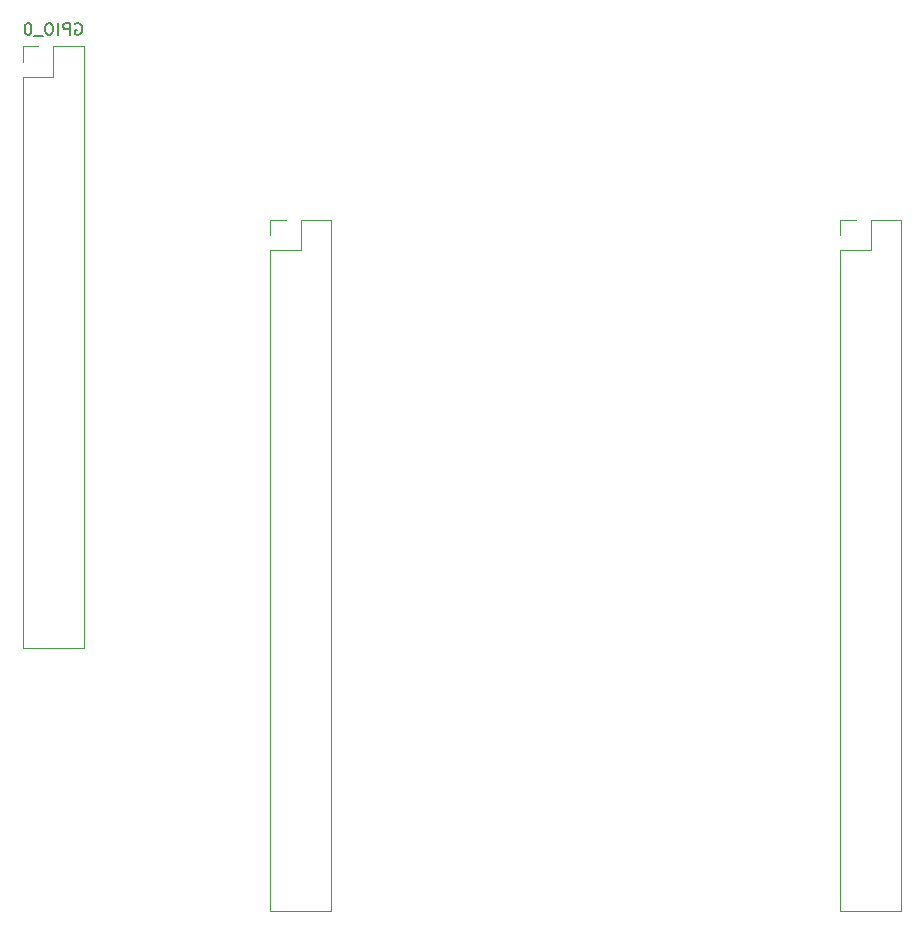
<source format=gbo>
G04 #@! TF.GenerationSoftware,KiCad,Pcbnew,5.0.2-bee76a0~70~ubuntu18.04.1*
G04 #@! TF.CreationDate,2019-04-19T00:02:08+02:00*
G04 #@! TF.ProjectId,Cramps2_nano-soc2,4372616d-7073-4325-9f6e-616e6f2d736f,rev?*
G04 #@! TF.SameCoordinates,PX53920b0PY870b888*
G04 #@! TF.FileFunction,Legend,Bot*
G04 #@! TF.FilePolarity,Positive*
%FSLAX46Y46*%
G04 Gerber Fmt 4.6, Leading zero omitted, Abs format (unit mm)*
G04 Created by KiCad (PCBNEW 5.0.2-bee76a0~70~ubuntu18.04.1) date 2019-04-19T00:02:08 CEST*
%MOMM*%
%LPD*%
G01*
G04 APERTURE LIST*
%ADD10C,0.120000*%
%ADD11C,0.150000*%
G04 APERTURE END LIST*
D10*
G04 #@! TO.C,GPIO_0*
X3810000Y74355000D02*
X2480000Y74355000D01*
X2480000Y74355000D02*
X2480000Y73025000D01*
X5080000Y74355000D02*
X5080000Y71755000D01*
X5080000Y71755000D02*
X2480000Y71755000D01*
X2480000Y71755000D02*
X2480000Y23435000D01*
X7680000Y23435000D02*
X2480000Y23435000D01*
X7680000Y74355000D02*
X7680000Y23435000D01*
X7680000Y74355000D02*
X5080000Y74355000D01*
G04 #@! TO.C,P8*
X73010000Y59695000D02*
X71680000Y59695000D01*
X71680000Y59695000D02*
X71680000Y58365000D01*
X74280000Y59695000D02*
X74280000Y57095000D01*
X74280000Y57095000D02*
X71680000Y57095000D01*
X71680000Y57095000D02*
X71680000Y1155000D01*
X76880000Y1155000D02*
X71680000Y1155000D01*
X76880000Y59695000D02*
X76880000Y1155000D01*
X76880000Y59695000D02*
X74280000Y59695000D01*
G04 #@! TO.C,P9*
X24750000Y59695000D02*
X23420000Y59695000D01*
X23420000Y59695000D02*
X23420000Y58365000D01*
X26020000Y59695000D02*
X26020000Y57095000D01*
X26020000Y57095000D02*
X23420000Y57095000D01*
X23420000Y57095000D02*
X23420000Y1155000D01*
X28620000Y1155000D02*
X23420000Y1155000D01*
X28620000Y59695000D02*
X28620000Y1155000D01*
X28620000Y59695000D02*
X26020000Y59695000D01*
G04 #@! TO.C,GPIO_0*
D11*
X6937142Y76295000D02*
X7032380Y76342620D01*
X7175238Y76342620D01*
X7318095Y76295000D01*
X7413333Y76199762D01*
X7460952Y76104524D01*
X7508571Y75914048D01*
X7508571Y75771191D01*
X7460952Y75580715D01*
X7413333Y75485477D01*
X7318095Y75390239D01*
X7175238Y75342620D01*
X7080000Y75342620D01*
X6937142Y75390239D01*
X6889523Y75437858D01*
X6889523Y75771191D01*
X7080000Y75771191D01*
X6460952Y75342620D02*
X6460952Y76342620D01*
X6080000Y76342620D01*
X5984761Y76295000D01*
X5937142Y76247381D01*
X5889523Y76152143D01*
X5889523Y76009286D01*
X5937142Y75914048D01*
X5984761Y75866429D01*
X6080000Y75818810D01*
X6460952Y75818810D01*
X5460952Y75342620D02*
X5460952Y76342620D01*
X4794285Y76342620D02*
X4603809Y76342620D01*
X4508571Y76295000D01*
X4413333Y76199762D01*
X4365714Y76009286D01*
X4365714Y75675953D01*
X4413333Y75485477D01*
X4508571Y75390239D01*
X4603809Y75342620D01*
X4794285Y75342620D01*
X4889523Y75390239D01*
X4984761Y75485477D01*
X5032380Y75675953D01*
X5032380Y76009286D01*
X4984761Y76199762D01*
X4889523Y76295000D01*
X4794285Y76342620D01*
X4175238Y75247381D02*
X3413333Y75247381D01*
X2984761Y76342620D02*
X2889523Y76342620D01*
X2794285Y76295000D01*
X2746666Y76247381D01*
X2699047Y76152143D01*
X2651428Y75961667D01*
X2651428Y75723572D01*
X2699047Y75533096D01*
X2746666Y75437858D01*
X2794285Y75390239D01*
X2889523Y75342620D01*
X2984761Y75342620D01*
X3080000Y75390239D01*
X3127619Y75437858D01*
X3175238Y75533096D01*
X3222857Y75723572D01*
X3222857Y75961667D01*
X3175238Y76152143D01*
X3127619Y76247381D01*
X3080000Y76295000D01*
X2984761Y76342620D01*
G04 #@! TD*
M02*

</source>
